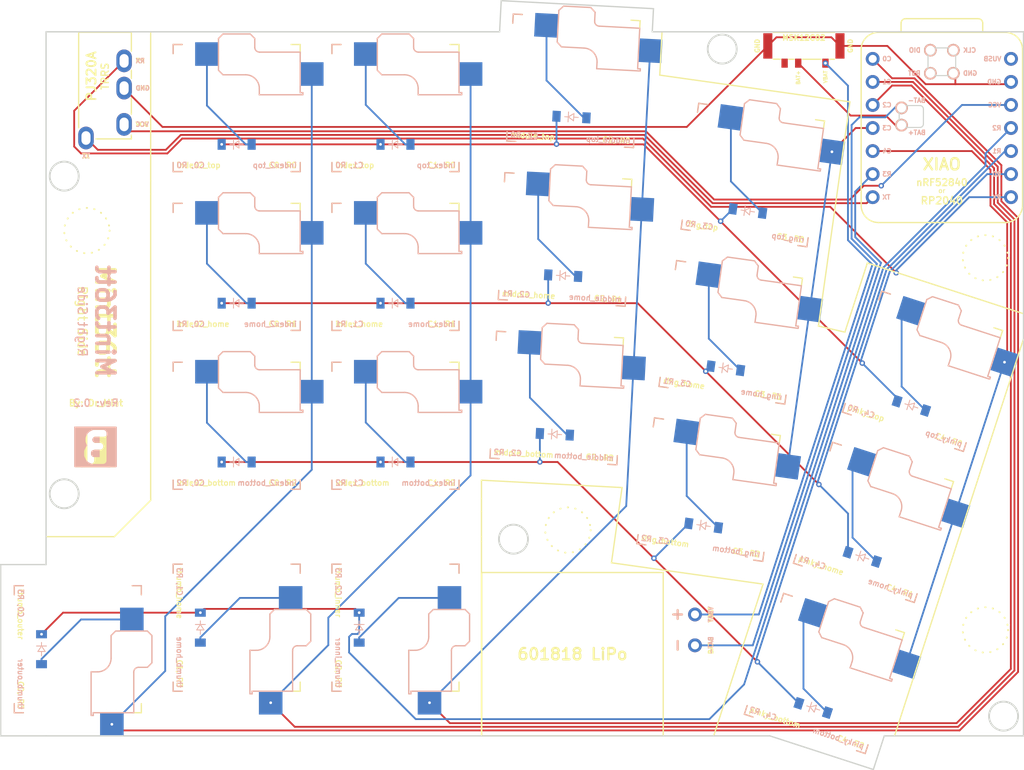
<source format=kicad_pcb>
(kicad_pcb (version 20240108) (generator "pcbnew") (generator_version "8.0")
  (title_block (title "Mint36tt") (date "2024-12-21") (rev "0.2") (company "Dr_Mint"))
  (layers (0 "F.Cu" signal) (31 "B.Cu" signal) (34 "B.Paste" user) (35 "F.Paste" user) (36 "B.SilkS" user "B.Silkscreen") (37 "F.SilkS" user "F.Silkscreen") (38 "B.Mask" user) (39 "F.Mask" user) (44 "Edge.Cuts" user))
  (net 0 "")
  (net 1 "C0_R")
  (net 2 "C1_R")
  (net 3 "C2_R")
  (net 4 "C3_R")
  (net 5 "C4_R")
  (net 6 "R0_R")
  (net 7 "R1_R")
  (net 8 "R2_R")
  (net 9 "R3_R")
  (net 10 "index2_top_R")
  (net 11 "index2_home_R")
  (net 12 "index2_bottom_R")
  (net 13 "index_top_R")
  (net 14 "index_home_R")
  (net 15 "index_bottom_R")
  (net 16 "middle_top_R")
  (net 17 "middle_home_R")
  (net 18 "middle_bottom_R")
  (net 19 "ring_top_R")
  (net 20 "ring_home_R")
  (net 21 "ring_bottom_R")
  (net 22 "pinky_top_R")
  (net 23 "pinky_home_R")
  (net 24 "pinky_bottom_R")
  (net 25 "thumb_inner_R")
  (net 26 "thumb_home_R")
  (net 27 "thumb_outer_R")
  (net 28 "TX_R")
  (net 29 "RX_R")
  (net 30 "VCC_R")
  (net 31 "RST_R")
  (net 32 "BATM_R")
  (net 33 "BATP_R")
  (net 34 "CLK_R")
  (net 35 "DIO_R")
  (net 36 "GND_R")
  (net 37 "VUSB_R")
  (net 38 "VBAT_R")
  (footprint "PG1350" (layer "F.Cu") (at 114.775 121.575 -89.999999)
    (property "Reference" "")
    (property "Value" "")
  )
  (footprint "PG1350" (layer "F.Cu") (at 184.942934 109.978203 -18)
    (property "Reference" "")
    (property "Value" "")
  )
  (footprint "SOD-123" (layer "F.Cu") (at 114.775 103.325)
    (property "Reference" "")
    (property "Value" "")
  )
  (footprint "SOD-123" (layer "F.Cu") (at 150.749646 82.793215 -3)
    (property "Reference" "")
    (property "Value" "")
  )
  (footprint "PG1350" (layer "F.Cu") (at 166.775399 106.365352 -8)
    (property "Reference" "")
    (property "Value" "")
  )
  (footprint "SOD-123" (layer "F.Cu") (at 178.299069 130.425918 -18)
    (property "Reference" "")
    (property "Value" "")
  )
  (footprint "SOD-123" (layer "F.Cu") (at 132.275 103.325)
    (property "Reference" "")
    (property "Value" "")
  )
  (footprint "PG1350" (layer "F.Cu") (at 97.275 123.95 -89.999999)
    (property "Reference" "")
    (property "Value" "")
  )
  (footprint "PG1350" (layer "F.Cu") (at 150.043111 96.274714 -3)
    (property "Reference" "")
    (property "Value" "")
  )
  (footprint "XIAO-nRF52840" (layer "F.Cu") (at 192.475 66.525)
    (property "Reference" "")
    (property "Value" "")
    (fp_line (start -4.699 -0.7488) (end -4.699 -1.7902) (stroke (width 0.12)) (layer "Edge.Cuts"))
    (fp_line (start -4.0132 -2.476) (end -2.413 -2.476) (stroke (width 0.12)) (layer "Edge.Cuts"))
    (fp_line (start -2.413 -0.063) (end -4.0132 -0.063) (stroke (width 0.12)) (layer "Edge.Cuts"))
    (fp_line (start -2.032 -2.095) (end -2.032 -0.444) (stroke (width 0.12)) (layer "Edge.Cuts"))
    (fp_line (start -1.524 -6.4638) (end -1.524 -8.1402) (stroke (width 0.12)) (layer "Edge.Cuts"))
    (fp_line (start -0.8382 -8.826) (end 0.8382 -8.826) (stroke (width 0.12)) (layer "Edge.Cuts"))
    (fp_line (start -0.8382 -5.778) (end 0.8382 -5.778) (stroke (width 0.12)) (layer "Edge.Cuts"))
    (fp_line (start 1.524 -6.4638) (end 1.524 -8.1402) (stroke (width 0.12)) (layer "Edge.Cuts"))
    (fp_arc (start -4.699 -0.7488) (mid -4.095391 -0.666609) (end -4.0132 -0.063) (stroke (width 0.12)) (layer "Edge.Cuts"))
    (fp_arc (start -4.0132 -2.476) (mid -4.095391 -1.872391) (end -4.699 -1.7902) (stroke (width 0.12)) (layer "Edge.Cuts"))
    (fp_arc (start -2.413 -2.476) (mid -2.143592 -2.364408) (end -2.032 -2.095) (stroke (width 0.12)) (layer "Edge.Cuts"))
    (fp_arc (start -2.032 -0.444) (mid -2.143592 -0.174592) (end -2.413 -0.063) (stroke (width 0.12)) (layer "Edge.Cuts"))
    (fp_arc (start -1.524 -6.4638) (mid -0.920391 -6.381609) (end -0.8382 -5.778) (stroke (width 0.12)) (layer "Edge.Cuts"))
    (fp_arc (start -0.8382 -8.826) (mid -0.920391 -8.222391) (end -1.524 -8.1402) (stroke (width 0.12)) (layer "Edge.Cuts"))
    (fp_arc (start 0.8382 -5.778) (mid 0.920391 -6.381609) (end 1.524 -6.4638) (stroke (width 0.12)) (layer "Edge.Cuts"))
    (fp_arc (start 1.524 -8.1402) (mid 0.920393 -8.222393) (end 0.8382 -8.826) (stroke (width 0.12)) (layer "Edge.Cuts"))
  )
  (footprint "MJ-4PP-9_1side" (layer "F.Cu") (at 100.275 55.825)
    (property "Reference" "")
    (property "Value" "")
  )
  (footprint "PG1350" (layer "F.Cu") (at 171.646457 71.70597 -8)
    (property "Reference" "")
    (property "Value" "")
  )
  (footprint "PG1350" (layer "F.Cu") (at 132.275 64.325)
    (property "Reference" "")
    (property "Value" "")
  )
  (footprint "PG1350" (layer "F.Cu") (at 132.275 121.575 -89.999999)
    (property "Reference" "")
    (property "Value" "")
  )
  (footprint "PG1350" (layer "F.Cu") (at 114.775 81.825)
    (property "Reference" "")
    (property "Value" "")
  )
  (footprint "601818" (layer "F.Cu") (at 151.775 124.5)
    (property "Reference" "")
    (property "Value" "")
  )
  (footprint "JSP-2pin" (layer "F.Cu") (at 165.275 121.825 90)
    (property "Reference" "")
    (property "Value" "")
  )
  (footprint "SOD-123" (layer "F.Cu") (at 166.218706 110.326425 -8)
    (property "Reference" "")
    (property "Value" "")
  )
  (footprint "PG1350" (layer "F.Cu") (at 151.874869 61.32268 -3)
    (property "Reference" "")
    (property "Value" "")
  )
  (footprint "PG1350" (layer "F.Cu") (at 132.275 99.325)
    (property "Reference" "")
    (property "Value" "")
  )
  (footprint "PG1350" (layer "F.Cu") (at 190.350732 93.334713 -18)
    (property "Reference" "")
    (property "Value" "")
  )
  (footprint "PG1350" (layer "F.Cu") (at 169.210928 89.035661 -8)
    (property "Reference" "")
    (property "Value" "")
  )
  (footprint "PG1350" (layer "F.Cu") (at 179.535137 126.621692 -18)
    (property "Reference" "")
    (property "Value" "")
  )
  (footprint "SOD-123" (layer "F.Cu") (at 132.275 85.825)
    (property "Reference" "")
    (property "Value" "")
  )
  (footprint "SOD-123" (layer "F.Cu") (at 114.775 85.825)
    (property "Reference" "")
    (property "Value" "")
  )
  (footprint "SOD-123" (layer "F.Cu") (at 110.775 121.575 -89.999999)
    (property "Reference" "")
    (property "Value" "")
  )
  (footprint "PG1350" (layer "F.Cu") (at 114.775 99.325)
    (property "Reference" "")
    (property "Value" "")
  )
  (footprint "SOD-123" (layer "F.Cu") (at 168.654235 92.996734 -8)
    (property "Reference" "")
    (property "Value" "")
  )
  (footprint "SOD-123" (layer "F.Cu") (at 171.089765 75.667042 -8)
    (property "Reference" "")
    (property "Value" "")
  )
  (footprint "SOD-123" (layer "F.Cu") (at 132.275 68.325)
    (property "Reference" "")
    (property "Value" "")
  )
  (footprint "SOD-123" (layer "F.Cu") (at 149.833767 100.269232 -3)
    (property "Reference" "")
    (property "Value" "")
  )
  (footprint "MSK12C02" (layer "F.Cu") (at 177.275 56.18 -90)
    (property "Reference" "")
    (property "Value" "")
  )
  (footprint "SOD-123" (layer "F.Cu") (at 151.665526 65.317198 -3)
    (property "Reference" "")
    (property "Value" "")
  )
  (footprint "PG1350" (layer "F.Cu") (at 150.95899 78.798697 -3)
    (property "Reference" "")
    (property "Value" "")
  )
  (footprint "PG1350" (layer "F.Cu") (at 132.275 81.825)
    (property "Reference" "")
    (property "Value" "")
  )
  (footprint "SOD-123" (layer "F.Cu") (at 114.775 68.325)
    (property "Reference" "")
    (property "Value" "")
  )
  (footprint "SOD-123" (layer "F.Cu") (at 128.275 121.575 -89.999999)
    (property "Reference" "")
    (property "Value" "")
  )
  (footprint "SOD-123" (layer "F.Cu") (at 183.706866 113.782429 -18)
    (property "Reference" "")
    (property "Value" "")
  )
  (footprint "PG1350" (layer "F.Cu") (at 114.775 64.325)
    (property "Reference" "")
    (property "Value" "")
  )
  (footprint "SOD-123" (layer "F.Cu") (at 93.275 123.95 -89.999999)
    (property "Reference" "")
    (property "Value" "")
  )
  (footprint "SOD-123" (layer "F.Cu") (at 189.114664 97.13894 -18)
    (property "Reference" "")
    (property "Value" "")
  )
  (gr_rect (start 96.975 99.515) (end 97.775 103.805) (stroke (width 0.2)) (fill solid) (layer "B.SilkS"))
  (gr_rect (start 100.675 99.515) (end 101.475 103.805) (stroke (width 0.2)) (fill solid) (layer "B.SilkS"))
  (gr_line (start 184.267407 81.395517) (end 181.791652 89.015106) (stroke (width 0.15)) (layer "F.SilkS"))
  (gr_line (start 182.347912 63.641845) (end 165.018221 61.206316) (stroke (width 0.15)) (layer "F.SilkS"))
  (gr_line (start 105.3 55.925) (end 105.3 72.35) (stroke (width 0.15)) (layer "F.SilkS"))
  (gr_line (start 179.912383 80.971536) (end 182.347912 63.641845) (stroke (width 0.15)) (layer "F.SilkS"))
  (gr_line (start 191.474333 120.538367) (end 196.434056 105.27391) (stroke (width 0.15)) (layer "F.SilkS"))
  (gr_line (start 105.3 107.550326) (end 101.300326 111.55) (stroke (width 0.15)) (layer "F.SilkS"))
  (gr_line (start 163.582332 61.004515) (end 161.395653 60.697197) (stroke (width 0.15)) (layer "F.SilkS"))
  (gr_line (start 105.3 91.3) (end 105.3 107.35) (stroke (width 0.15)) (layer "F.SilkS"))
  (gr_line (start 161.395653 60.697197) (end 161.645753 55.925) (stroke (width 0.15)) (layer "F.SilkS"))
  (gr_line (start 101.300326 111.55) (end 93.775 111.55) (stroke (width 0.15)) (layer "F.SilkS"))
  (gr_line (start 187.262843 133.5) (end 191.026259 121.917399) (stroke (width 0.15)) (layer "F.SilkS"))
  (gr_circle (center 197.275 121.825) (end 199.775 121.825) (stroke (width 0.2) (type dot)) (fill none) (layer "F.SilkS"))
  (gr_line (start 141.75 108.8) (end 141.75 107.35) (stroke (width 0.15)) (layer "F.SilkS"))
  (gr_line (start 179.710582 82.407425) (end 179.912383 80.971536) (stroke (width 0.15)) (layer "F.SilkS"))
  (gr_line (start 141.75 107.35) (end 141.75 105.328093) (stroke (width 0.15)) (layer "F.SilkS"))
  (gr_line (start 157.238977 106.139836) (end 156.073943 114.429477) (stroke (width 0.15)) (layer "F.SilkS"))
  (gr_line (start 141.75 133.5) (end 141.75 131.05) (stroke (width 0.15)) (layer "F.SilkS"))
  (gr_line (start 105.3 89.85) (end 105.3 91.3) (stroke (width 0.15)) (layer "F.SilkS"))
  (gr_line (start 181.791652 89.015106) (end 178.876518 88.342095) (stroke (width 0.15)) (layer "F.SilkS"))
  (gr_circle (center 151.275 110.825) (end 153.775 110.825) (stroke (width 0.2) (type dot)) (fill none) (layer "F.SilkS"))
  (gr_line (start 141.75 126.3) (end 141.75 112.1) (stroke (width 0.15)) (layer "F.SilkS"))
  (gr_line (start 196.882131 103.894878) (end 201.475 89.75948) (stroke (width 0.15)) (layer "F.SilkS"))
  (gr_line (start 201.475 86.986603) (end 184.267407 81.395517) (stroke (width 0.15)) (layer "F.SilkS"))
  (gr_line (start 105.3 107.35) (end 105.3 107.550326) (stroke (width 0.15)) (layer "F.SilkS"))
  (gr_line (start 172.771536 116.776171) (end 168.044015 131.325984) (stroke (width 0.15)) (layer "F.SilkS"))
  (gr_line (start 167.59594 132.705016) (end 167.337634 133.5) (stroke (width 0.15)) (layer "F.SilkS"))
  (gr_line (start 168.044015 131.325984) (end 167.59594 132.705016) (stroke (width 0.15)) (layer "F.SilkS"))
  (gr_rect (start 97.075 99.515) (end 97.925 103.805) (stroke (width 0.2)) (fill solid) (layer "F.SilkS"))
  (gr_line (start 191.026259 121.917399) (end 191.474333 120.538367) (stroke (width 0.15)) (layer "F.SilkS"))
  (gr_line (start 141.75 112.1) (end 141.75 111.55) (stroke (width 0.15)) (layer "F.SilkS"))
  (gr_line (start 196.434056 105.27391) (end 196.882131 103.894878) (stroke (width 0.15)) (layer "F.SilkS"))
  (gr_line (start 165.018221 61.206316) (end 163.582332 61.004515) (stroke (width 0.15)) (layer "F.SilkS"))
  (gr_line (start 141.75 111.55) (end 141.75 108.8) (stroke (width 0.15)) (layer "F.SilkS"))
  (gr_line (start 141.75 131.05) (end 141.75 126.3) (stroke (width 0.15)) (layer "F.SilkS"))
  (gr_line (start 141.75 105.328093) (end 157.238977 106.139836) (stroke (width 0.15)) (layer "F.SilkS"))
  (gr_line (start 105.3 73.8) (end 105.3 89.85) (stroke (width 0.15)) (layer "F.SilkS"))
  (gr_circle (center 98.275 77.825) (end 100.775 77.825) (stroke (width 0.2) (type dot)) (fill none) (layer "F.SilkS"))
  (gr_line (start 178.876518 88.342095) (end 179.710582 82.407425) (stroke (width 0.15)) (layer "F.SilkS"))
  (gr_line (start 156.073943 114.429477) (end 172.771536 116.776171) (stroke (width 0.15)) (layer "F.SilkS"))
  (gr_line (start 105.3 72.35) (end 105.3 73.8) (stroke (width 0.15)) (layer "F.SilkS"))
  (gr_circle (center 197.275 80.825) (end 199.775 80.825) (stroke (width 0.2) (type dot)) (fill none) (layer "F.SilkS"))
  (gr_rect (start 100.575 99.515) (end 101.375 103.805) (stroke (width 0.2)) (fill solid) (layer "F.SilkS"))
  (gr_line (start 160.569278 55.925) (end 201.475 55.925) (stroke (width 0.15)) (layer "Edge.Cuts"))
  (gr_line (start 173.521422 133.5) (end 93.775 133.5) (stroke (width 0.15)) (layer "Edge.Cuts"))
  (gr_circle (center 95.775 106.825) (end 97.375 106.825) (stroke (width 0.2)) (fill none) (layer "Edge.Cuts"))
  (gr_line (start 88.775 133.5) (end 88.775 114.625) (stroke (width 0.15)) (layer "Edge.Cuts"))
  (gr_line (start 88.775 114.625) (end 93.775 114.625) (stroke (width 0.15)) (layer "Edge.Cuts"))
  (gr_line (start 184.928269 137.206309) (end 173.521422 133.5) (stroke (width 0.15)) (layer "Edge.Cuts"))
  (gr_line (start 201.475 133.5) (end 186.132522 133.5) (stroke (width 0.15)) (layer "Edge.Cuts"))
  (gr_line (start 160.70298 53.373814) (end 160.569278 55.925) (stroke (width 0.15)) (layer "Edge.Cuts"))
  (gr_line (start 143.926003 52.49457) (end 160.70298 53.373814) (stroke (width 0.15)) (layer "Edge.Cuts"))
  (gr_line (start 93.775 133.5) (end 88.775 133.5) (stroke (width 0.15)) (layer "Edge.Cuts"))
  (gr_line (start 186.132522 133.5) (end 184.928269 137.206309) (stroke (width 0.15)) (layer "Edge.Cuts"))
  (gr_circle (center 145.275 111.825) (end 146.875 111.825) (stroke (width 0.2)) (fill none) (layer "Edge.Cuts"))
  (gr_line (start 93.775 114.625) (end 93.775 55.925) (stroke (width 0.15)) (layer "Edge.Cuts"))
  (gr_circle (center 95.775 71.825) (end 97.375 71.825) (stroke (width 0.2)) (fill none) (layer "Edge.Cuts"))
  (gr_circle (center 199.275 131.325) (end 200.875 131.325) (stroke (width 0.2)) (fill none) (layer "Edge.Cuts"))
  (gr_line (start 93.775 55.925) (end 143.746222 55.925) (stroke (width 0.15)) (layer "Edge.Cuts"))
  (gr_circle (center 168.275 57.825) (end 169.875 57.825) (stroke (width 0.2)) (fill none) (layer "Edge.Cuts"))
  (gr_line (start 143.746222 55.925) (end 143.926003 52.49457) (stroke (width 0.15)) (layer "Edge.Cuts"))
  (gr_line (start 201.475 114.625) (end 201.475 133.5) (stroke (width 0.15)) (layer "Edge.Cuts"))
  (gr_line (start 201.475 55.925) (end 201.475 114.625) (stroke (width 0.15)) (layer "Edge.Cuts"))
  (gr_text "Mint36tt" (at 100.275 87.825 -90) (layer "B.SilkS") (effects (font (size 2 2) (thickness 0.4)) (justify mirror)))
  (gr_text "Right Side" (at 97.775 87.825 -90) (layer "B.SilkS") (effects (font (size 1 1)) (justify mirror)))
  (gr_text "Rev: 0.2" (at 99.275 96.825 0) (layer "B.SilkS") (effects (font (size 0.8 0.8)) (justify mirror)))
  (gr_text "B" (at 99.275 101.825 0) (layer "B.SilkS" knockout) (effects (font (size 3 3) (thickness 1)) (justify mirror)))
  (gr_text "By: Dr_Mint" (at 99.275 96.825 0) (layer "F.SilkS") (effects (font (size 0.7 0.7))))
  (gr_text "F" (at 99.275 101.825 0) (layer "F.SilkS" knockout) (effects (font (size 3 3) (thickness 1))))
  (gr_text "Right Side" (at 97.775 87.825 -90) (layer "F.SilkS") (effects (font (size 1 1))))
  (gr_text "Mint36tt" (at 100.275 87.825 -90) (layer "F.SilkS") (effects (font (size 2 2) (thickness 0.4))))
  (segment (start 199.033 74.584895) (end 200.875 76.426895) (width 0.2) (layer "F.Cu") (net 1))
  (segment (start 186.995 61.045) (end 189.455 61.045) (width 0.2) (layer "F.Cu") (net 1))
  (segment (start 199.033 70.623) (end 199.033 74.584895) (width 0.2) (layer "F.Cu") (net 1))
  (segment (start 189.455 61.045) (end 199.033 70.623) (width 0.2) (layer "F.Cu") (net 1))
  (segment (start 200.875 126.455) (end 194.43 132.9) (width 0.2) (layer "F.Cu") (net 1))
  (segment (start 184.855 58.905) (end 186.995 61.045) (width 0.2) (layer "F.Cu") (net 1))
  (segment (start 200.875 76.426895) (end 200.875 126.455) (width 0.2) (layer "F.Cu") (net 1))
  (segment (start 101.7 132.9) (end 101.025 132.225) (width 0.2) (layer "F.Cu") (net 1))
  (segment (start 194.43 132.9) (end 101.7 132.9) (width 0.2) (layer "F.Cu") (net 1))
  (via (at 101.025 132.225) (size 0.6) (drill 0.3) (layers "F.Cu" "B.Cu") (net 1))
  (segment (start 106.905 126.345) (end 101.025 132.225) (width 0.2) (layer "B.Cu") (net 1))
  (segment (start 106.905 120.325) (end 106.905 126.345) (width 0.2) (layer "B.Cu") (net 1))
  (segment (start 123.05 60.575) (end 123.05 104.18) (width 0.2) (layer "B.Cu") (net 1))
  (segment (start 123.05 104.18) (end 106.905 120.325) (width 0.2) (layer "B.Cu") (net 1))
  (segment (start 198.633 70.788686) (end 198.633 74.750581) (width 0.2) (layer "F.Cu") (net 2))
  (segment (start 200.475 126.289314) (end 194.264314 132.5) (width 0.2) (layer "F.Cu") (net 2))
  (segment (start 189.289314 61.445) (end 198.633 70.788686) (width 0.2) (layer "F.Cu") (net 2))
  (segment (start 184.855 61.445) (end 189.289314 61.445) (width 0.2) (layer "F.Cu") (net 2))
  (segment (start 198.633 74.750581) (end 200.475 76.592581) (width 0.2) (layer "F.Cu") (net 2))
  (segment (start 194.264314 132.5) (end 121.175 132.5) (width 0.2) (layer "F.Cu") (net 2))
  (segment (start 200.475 76.592581) (end 200.475 126.289314) (width 0.2) (layer "F.Cu") (net 2))
  (segment (start 121.175 132.5) (end 118.525 129.85) (width 0.2) (layer "F.Cu") (net 2))
  (via (at 118.525 129.85) (size 0.6) (drill 0.3) (layers "F.Cu" "B.Cu") (net 2))
  (segment (start 140.55 60.575) (end 140.55 104.8) (width 0.2) (layer "B.Cu") (net 2))
  (segment (start 124.875 123.5) (end 118.525 129.85) (width 0.2) (layer "B.Cu") (net 2))
  (segment (start 140.55 104.8) (end 124.875 120.475) (width 0.2) (layer "B.Cu") (net 2))
  (segment (start 124.875 120.475) (end 124.875 123.5) (width 0.2) (layer "B.Cu") (net 2))
  (segment (start 184.855 63.985) (end 186.995 61.845) (width 0.2) (layer "F.Cu") (net 3))
  (segment (start 189.123628 61.845) (end 198.233 70.954372) (width 0.2) (layer "F.Cu") (net 3))
  (segment (start 138.275 132.1) (end 136.025 129.85) (width 0.2) (layer "F.Cu") (net 3))
  (segment (start 186.995 61.845) (end 189.123628 61.845) (width 0.2) (layer "F.Cu") (net 3))
  (segment (start 194.098628 132.1) (end 138.275 132.1) (width 0.2) (layer "F.Cu") (net 3))
  (segment (start 200.075 76.758267) (end 200.075 126.123628) (width 0.2) (layer "F.Cu") (net 3))
  (segment (start 200.075 126.123628) (end 194.098628 132.1) (width 0.2) (layer "F.Cu") (net 3))
  (segment (start 198.233 70.954372) (end 198.233 74.916267) (width 0.2) (layer "F.Cu") (net 3))
  (segment (start 198.233 74.916267) (end 200.075 76.758267) (width 0.2) (layer "F.Cu") (net 3))
  (via (at 136.025 129.85) (size 0.6) (drill 0.3) (layers "F.Cu" "B.Cu") (net 3))
  (segment (start 160.334788 58.010899) (end 157.6975 108.1775) (width 0.2) (layer "B.Cu") (net 3))
  (segment (start 136.025 129.85) (end 157.6975 108.1775) (width 0.2) (layer "B.Cu") (net 3))
  (segment (start 184.855 66.525) (end 182.981946 66.525) (width 0.2) (layer "F.Cu") (net 4))
  (segment (start 182.981946 66.525) (end 180.362824 69.144122) (width 0.2) (layer "F.Cu") (net 4))
  (via (at 180.362824 69.144122) (size 0.6) (drill 0.3) (layers "F.Cu" "B.Cu") (net 4))
  (segment (start 180.362824 69.144122) (end 175.491766 103.803504) (width 0.2) (layer "B.Cu") (net 4))
  (segment (start 199.675 76.923953) (end 197.833 75.081953) (width 0.2) (layer "F.Cu") (net 5))
  (segment (start 199.675 92.029905) (end 199.675 76.923953) (width 0.2) (layer "F.Cu") (net 5))
  (segment (start 199.379538 92.325367) (end 199.675 92.029905) (width 0.2) (layer "F.Cu") (net 5))
  (segment (start 197.833 75.081953) (end 197.833 71.120058) (width 0.2) (layer "F.Cu") (net 5))
  (segment (start 197.833 71.120058) (end 195.777942 69.065) (width 0.2) (layer "F.Cu") (net 5))
  (segment (start 195.777942 69.065) (end 184.855 69.065) (width 0.2) (layer "F.Cu") (net 5))
  (via (at 199.379538 92.325367) (size 0.6) (drill 0.3) (layers "F.Cu" "B.Cu") (net 5))
  (segment (start 193.97174 108.968857) (end 188.563943 125.612346) (width 0.2) (layer "B.Cu") (net 5))
  (segment (start 199.379538 92.325367) (end 193.97174 108.968857) (width 0.2) (layer "B.Cu") (net 5))
  (segment (start 159.607441 68.325) (end 168.076221 76.793779) (width 0.2) (layer "F.Cu") (net 6))
  (segment (start 168.076221 76.793779) (end 183.706221 92.423779) (width 0.2) (layer "F.Cu") (net 6))
  (segment (start 150.045 68.325) (end 159.607441 68.325) (width 0.2) (layer "F.Cu") (net 6))
  (segment (start 113.125 68.325) (end 150.045 68.325) (width 0.2) (layer "F.Cu") (net 6))
  (segment (start 168.09945 76.793779) (end 168.076221 76.793779) (width 0.2) (layer "F.Cu") (net 6))
  (segment (start 150.017787 68.297787) (end 150.045 68.325) (width 0.2) (layer "F.Cu") (net 6))
  (via (at 130.625 68.325) (size 0.6) (drill 0.3) (layers "F.Cu" "B.Cu") (net 6))
  (via (at 183.706221 92.423779) (size 0.6) (drill 0.3) (layers "F.Cu" "B.Cu") (net 6))
  (via (at 150.017787 68.297787) (size 0.6) (drill 0.3) (layers "F.Cu" "B.Cu") (net 6))
  (via (at 168.09945 76.793779) (size 0.6) (drill 0.3) (layers "F.Cu" "B.Cu") (net 6))
  (via (at 113.125 68.325) (size 0.6) (drill 0.3) (layers "F.Cu" "B.Cu") (net 6))
  (segment (start 200.095 71.605) (end 197.470686 71.605) (width 0.2) (layer "B.Cu") (net 6))
  (segment (start 187.545421 96.629062) (end 187.545421 96.275421) (width 0.2) (layer "B.Cu") (net 6))
  (segment (start 183.699333 92.423779) (end 183.550554 92.275) (width 0.2) (layer "B.Cu") (net 6))
  (segment (start 150.017787 65.230844) (end 150.017787 68.297787) (width 0.2) (layer "B.Cu") (net 6))
  (segment (start 183.550554 92.155222) (end 186.690263 82.485) (width 0.2) (layer "B.Cu") (net 6))
  (segment (start 187.545421 96.275421) (end 183.706221 92.436221) (width 0.2) (layer "B.Cu") (net 6))
  (segment (start 197.470686 71.605) (end 187.110686 81.965) (width 0.2) (layer "B.Cu") (net 6))
  (segment (start 183.706221 92.423779) (end 183.699333 92.423779) (width 0.2) (layer "B.Cu") (net 6))
  (segment (start 169.455823 75.437406) (end 168.09945 76.793779) (width 0.2) (layer "B.Cu") (net 6))
  (segment (start 186.746608 82.31665) (end 186.690263 82.485) (width 0.2) (layer "B.Cu") (net 6))
  (segment (start 183.706221 92.436221) (end 183.706221 92.423779) (width 0.2) (layer "B.Cu") (net 6))
  (segment (start 183.550554 92.275) (end 183.550554 92.155222) (width 0.2) (layer "B.Cu") (net 6))
  (segment (start 187.110686 81.965) (end 186.746608 82.31665) (width 0.2) (layer "B.Cu") (net 6))
  (segment (start 166.460921 93.329079) (end 178.930921 105.799079) (width 0.2) (layer "F.Cu") (net 7))
  (segment (start 113.125 85.825) (end 149.115 85.825) (width 0.2) (layer "F.Cu") (net 7))
  (segment (start 158.956842 85.825) (end 166.460921 93.329079) (width 0.2) (layer "F.Cu") (net 7))
  (segment (start 149.115 85.825) (end 158.956842 85.825) (width 0.2) (layer "F.Cu") (net 7))
  (segment (start 149.101907 85.811907) (end 149.115 85.825) (width 0.2) (layer "F.Cu") (net 7))
  (via (at 178.930921 105.799079) (size 0.6) (drill 0.3) (layers "F.Cu" "B.Cu") (net 7))
  (via (at 149.101907 85.811907) (size 0.6) (drill 0.3) (layers "F.Cu" "B.Cu") (net 7))
  (via (at 113.125 85.825) (size 0.6) (drill 0.3) (layers "F.Cu" "B.Cu") (net 7))
  (via (at 166.460921 93.329079) (size 0.6) (drill 0.3) (layers "F.Cu" "B.Cu") (net 7))
  (via (at 130.625 85.825) (size 0.6) (drill 0.3) (layers "F.Cu" "B.Cu") (net 7))
  (segment (start 199.445 69.065) (end 200.095 69.065) (width 0.2) (layer "B.Cu") (net 7))
  (segment (start 186.945 81.565) (end 186.394221 82.1015) (width 0.2) (layer "B.Cu") (net 7))
  (segment (start 178.930921 105.799079) (end 178.930921 105.793067) (width 0.2) (layer "B.Cu") (net 7))
  (segment (start 186.394221 82.1015) (end 186.178798 82.765) (width 0.2) (layer "B.Cu") (net 7))
  (segment (start 178.772854 105.635) (end 178.772854 105.575112) (width 0.2) (layer "B.Cu") (net 7))
  (segment (start 186.945 81.565) (end 199.445 69.065) (width 0.2) (layer "B.Cu") (net 7))
  (segment (start 167.020293 92.769707) (end 166.460921 93.329079) (width 0.2) (layer "B.Cu") (net 7))
  (segment (start 182.137623 113.272551) (end 182.137623 109.005781) (width 0.2) (layer "B.Cu") (net 7))
  (segment (start 167.020293 92.767098) (end 167.020293 92.769707) (width 0.2) (layer "B.Cu") (net 7))
  (segment (start 178.772854 105.575112) (end 186.178798 82.765) (width 0.2) (layer "B.Cu") (net 7))
  (segment (start 178.930921 105.793067) (end 178.772854 105.635) (width 0.2) (layer "B.Cu") (net 7))
  (segment (start 182.137623 109.005781) (end 178.930921 105.799079) (width 0.2) (layer "B.Cu") (net 7))
  (segment (start 149.101907 82.706861) (end 149.101907 85.811907) (width 0.2) (layer "B.Cu") (net 7))
  (segment (start 148.195 103.325) (end 150.138786 103.325) (width 0.2) (layer "F.Cu") (net 8))
  (segment (start 148.186028 103.316028) (end 148.195 103.325) (width 0.2) (layer "F.Cu") (net 8))
  (segment (start 160.751893 113.92966) (end 160.751893 113.938107) (width 0.2) (layer "F.Cu") (net 8))
  (segment (start 160.751893 113.938107) (end 172.156893 125.343107) (width 0.2) (layer "F.Cu") (net 8))
  (segment (start 150.138786 103.325) (end 160.751893 113.938107) (width 0.2) (layer "F.Cu") (net 8))
  (segment (start 113.125 103.325) (end 148.195 103.325) (width 0.2) (layer "F.Cu") (net 8))
  (via (at 148.186028 103.316028) (size 0.6) (drill 0.3) (layers "F.Cu" "B.Cu") (net 8))
  (via (at 113.125 103.325) (size 0.6) (drill 0.3) (layers "F.Cu" "B.Cu") (net 8))
  (via (at 160.751893 113.92966) (size 0.6) (drill 0.3) (layers "F.Cu" "B.Cu") (net 8))
  (via (at 172.156893 125.343107) (size 0.6) (drill 0.3) (layers "F.Cu" "B.Cu") (net 8))
  (via (at 130.625 103.325) (size 0.6) (drill 0.3) (layers "F.Cu" "B.Cu") (net 8))
  (segment (start 148.186028 100.182878) (end 148.186028 103.316028) (width 0.2) (layer "B.Cu") (net 8))
  (segment (start 172.156893 125.343107) (end 172.156751 125.343107) (width 0.2) (layer "B.Cu") (net 8))
  (segment (start 176.729826 129.91604) (end 172.156893 125.343107) (width 0.2) (layer "B.Cu") (net 8))
  (segment (start 197.292157 70.652157) (end 186.852157 81.092157) (width 0.2) (layer "B.Cu") (net 8))
  (segment (start 172.156751 125.343107) (end 171.988644 125.175) (width 0.2) (layer "B.Cu") (net 8))
  (segment (start 200.095 66.525) (end 197.292157 69.327843) (width 0.2) (layer "B.Cu") (net 8))
  (segment (start 186.852157 81.092157) (end 186.036935 81.891122) (width 0.2) (layer "B.Cu") (net 8))
  (segment (start 197.292157 69.327843) (end 197.292157 70.652157) (width 0.2) (layer "B.Cu") (net 8))
  (segment (start 186.036935 81.891122) (end 186.017985 81.965) (width 0.2) (layer "B.Cu") (net 8))
  (segment (start 171.988644 125.175) (end 178.341239 105.609175) (width 0.2) (layer "B.Cu") (net 8))
  (segment (start 164.584764 110.096789) (end 160.751893 113.92966) (width 0.2) (layer "B.Cu") (net 8))
  (segment (start 178.341239 105.609175) (end 186.017985 81.965) (width 0.2) (layer "B.Cu") (net 8))
  (segment (start 110.775 119.925) (end 111.1895 119.5105) (width 0.2) (layer "F.Cu") (net 9))
  (segment (start 93.275 122.3) (end 95.65 119.925) (width 0.2) (layer "F.Cu") (net 9))
  (segment (start 95.65 119.925) (end 110.775 119.925) (width 0.2) (layer "F.Cu") (net 9))
  (segment (start 127.8605 119.5105) (end 128.275 119.925) (width 0.2) (layer "F.Cu") (net 9))
  (segment (start 111.1895 119.5105) (end 127.8605 119.5105) (width 0.2) (layer "F.Cu") (net 9))
  (via (at 93.275 122.3) (size 0.6) (drill 0.3) (layers "F.Cu" "B.Cu") (net 9))
  (via (at 110.775 119.925) (size 0.6) (drill 0.3) (layers "F.Cu" "B.Cu") (net 9))
  (via (at 128.275 119.925) (size 0.6) (drill 0.3) (layers "F.Cu" "B.Cu") (net 9))
  (segment (start 128.08967 122.275) (end 127.475 122.275) (width 0.2) (layer "B.Cu") (net 9))
  (segment (start 134.505 131.655) (end 166.865 131.655) (width 0.2) (layer "B.Cu") (net 9))
  (segment (start 182.931098 78.351098) (end 182.931098 73.528902) (width 0.2) (layer "B.Cu") (net 9))
  (segment (start 128.275 122.08967) (end 128.08967 122.275) (width 0.2) (layer "B.Cu") (net 9))
  (segment (start 127.475 122.275) (end 127.165 122.585) (width 0.2) (layer "B.Cu") (net 9))
  (segment (start 127.165 122.585) (end 127.165 124.315) (width 0.2) (layer "B.Cu") (net 9))
  (segment (start 166.865 131.655) (end 170.685 127.835) (width 0.2) (layer "B.Cu") (net 9))
  (segment (start 182.931098 73.528902) (end 184.855 71.605) (width 0.2) (layer "B.Cu") (net 9))
  (segment (start 185.769545 81.375) (end 182.937843 78.552157) (width 0.2) (layer "B.Cu") (net 9))
  (segment (start 182.937843 78.552157) (end 182.931098 78.351098) (width 0.2) (layer "B.Cu") (net 9))
  (segment (start 170.685 127.835) (end 185.769545 81.375) (width 0.2) (layer "B.Cu") (net 9))
  (segment (start 128.275 119.925) (end 128.275 122.08967) (width 0.2) (layer "B.Cu") (net 9))
  (segment (start 127.165 124.315) (end 134.505 131.655) (width 0.2) (layer "B.Cu") (net 9))
  (segment (start 111.5 58.375) (end 111.5 64.05) (width 0.2) (layer "B.Cu") (net 10))
  (segment (start 111.5 64.05) (end 115.775 68.325) (width 0.2) (layer "B.Cu") (net 10))
  (segment (start 115.775 68.325) (end 116.425 68.325) (width 0.2) (layer "B.Cu") (net 10))
  (segment (start 111.5 75.875) (end 111.5 81.469644) (width 0.2) (layer "B.Cu") (net 11))
  (segment (start 115.855356 85.825) (end 116.425 85.825) (width 0.2) (layer "B.Cu") (net 11))
  (segment (start 111.5 81.469644) (end 115.855356 85.825) (width 0.2) (layer "B.Cu") (net 11))
  (segment (start 111.5 93.375) (end 111.5 99) (width 0.2) (layer "B.Cu") (net 12))
  (segment (start 111.5 99) (end 115.825 103.325) (width 0.2) (layer "B.Cu") (net 12))
  (segment (start 115.825 103.325) (end 116.425 103.325) (width 0.2) (layer "B.Cu") (net 12))
  (segment (start 129 58.375) (end 129 63.969644) (width 0.2) (layer "B.Cu") (net 13))
  (segment (start 129 63.969644) (end 133.355356 68.325) (width 0.2) (layer "B.Cu") (net 13))
  (segment (start 133.355356 68.325) (end 133.925 68.325) (width 0.2) (layer "B.Cu") (net 13))
  (segment (start 133.355356 85.825) (end 133.925 85.825) (width 0.2) (layer "B.Cu") (net 14))
  (segment (start 129 75.875) (end 129 81.469644) (width 0.2) (layer "B.Cu") (net 14))
  (segment (start 129 81.469644) (end 133.355356 85.825) (width 0.2) (layer "B.Cu") (net 14))
  (segment (start 133.355356 103.325) (end 133.925 103.325) (width 0.2) (layer "B.Cu") (net 15))
  (segment (start 129 93.375) (end 129 98.969644) (width 0.2) (layer "B.Cu") (net 15))
  (segment (start 129 98.969644) (end 133.355356 103.325) (width 0.2) (layer "B.Cu") (net 15))
  (segment (start 148.915756 55.209434) (end 148.915756 61.283211) (width 0.2) (layer "B.Cu") (net 16))
  (segment (start 153.036097 65.403552) (end 153.313265 65.403552) (width 0.2) (layer "B.Cu") (net 16))
  (segment (start 148.915756 61.283211) (end 153.036097 65.403552) (width 0.2) (layer "B.Cu") (net 16))
  (segment (start 152.120218 82.879569) (end 152.397385 82.879569) (width 0.2) (layer "B.Cu") (net 17))
  (segment (start 147.999877 78.759228) (end 152.120218 82.879569) (width 0.2) (layer "B.Cu") (net 17))
  (segment (start 147.999877 72.685451) (end 147.999877 78.759228) (width 0.2) (layer "B.Cu") (net 17))
  (segment (start 151.204339 100.355586) (end 151.481506 100.355586) (width 0.2) (layer "B.Cu") (net 18))
  (segment (start 147.083998 90.161468) (end 147.083998 96.235245) (width 0.2) (layer "B.Cu") (net 18))
  (segment (start 147.083998 96.235245) (end 151.204339 100.355586) (width 0.2) (layer "B.Cu") (net 18))
  (segment (start 169.231409 72.40438) (end 172.723707 75.896678) (width 0.2) (layer "B.Cu") (net 19))
  (segment (start 169.231409 65.358083) (end 169.231409 72.40438) (width 0.2) (layer "B.Cu") (net 19))
  (segment (start 166.79588 89.734073) (end 170.288177 93.22637) (width 0.2) (layer "B.Cu") (net 20))
  (segment (start 166.79588 82.687774) (end 166.79588 89.734073) (width 0.2) (layer "B.Cu") (net 20))
  (segment (start 164.360351 107.063764) (end 167.852648 110.556061) (width 0.2) (layer "B.Cu") (net 21))
  (segment (start 164.360351 100.017465) (end 164.360351 107.063764) (width 0.2) (layer "B.Cu") (net 21))
  (segment (start 189.074673 86.663896) (end 188.042987 87.695582) (width 0.2) (layer "B.Cu") (net 22))
  (segment (start 188.042987 95.007898) (end 190.683907 97.648818) (width 0.2) (layer "B.Cu") (net 22))
  (segment (start 188.042987 87.695582) (end 188.042987 95.007898) (width 0.2) (layer "B.Cu") (net 22))
  (segment (start 182.635189 104.339072) (end 182.635189 111.651387) (width 0.2) (layer "B.Cu") (net 23))
  (segment (start 183.666875 103.307386) (end 182.635189 104.339072) (width 0.2) (layer "B.Cu") (net 23))
  (segment (start 182.635189 111.651387) (end 185.276109 114.292307) (width 0.2) (layer "B.Cu") (net 23))
  (segment (start 177.227392 120.982561) (end 177.227392 128.294876) (width 0.2) (layer "B.Cu") (net 24))
  (segment (start 177.227392 128.294876) (end 179.868312 130.935796) (width 0.2) (layer "B.Cu") (net 24))
  (segment (start 178.259078 119.950875) (end 177.227392 120.982561) (width 0.2) (layer "B.Cu") (net 24))
  (segment (start 132.630356 118.3) (end 128.275 122.655356) (width 0.2) (layer "B.Cu") (net 25))
  (segment (start 128.275 122.655356) (end 128.275 123.225) (width 0.2) (layer "B.Cu") (net 25))
  (segment (start 138.225 118.3) (end 132.630356 118.3) (width 0.2) (layer "B.Cu") (net 25))
  (segment (start 115.130356 118.3) (end 110.775 122.655356) (width 0.2) (layer "B.Cu") (net 26))
  (segment (start 110.775 122.655356) (end 110.775 123.225) (width 0.2) (layer "B.Cu") (net 26))
  (segment (start 120.725 118.3) (end 115.130356 118.3) (width 0.2) (layer "B.Cu") (net 26))
  (segment (start 103.225 120.675) (end 97.630356 120.675) (width 0.2) (layer "B.Cu") (net 27))
  (segment (start 97.630356 120.675) (end 93.275 125.030356) (width 0.2) (layer "B.Cu") (net 27))
  (segment (start 93.275 125.030356) (end 93.275 125.6) (width 0.2) (layer "B.Cu") (net 27))
  (segment (start 167.220814 74.807) (end 184.193 74.807) (width 0.2) (layer "F.Cu") (net 28))
  (segment (start 98.175 67.625) (end 99.475 68.925) (width 0.2) (layer "F.Cu") (net 28))
  (segment (start 99.475 68.925) (end 106.975 68.925) (width 0.2) (layer "F.Cu") (net 28))
  (segment (start 159.698814 67.285) (end 167.220814 74.807) (width 0.2) (layer "F.Cu") (net 28))
  (segment (start 184.193 74.807) (end 184.855 74.145) (width 0.2) (layer "F.Cu") (net 28))
  (segment (start 108.615 67.285) (end 159.698814 67.285) (width 0.2) (layer "F.Cu") (net 28))
  (segment (start 106.975 68.925) (end 108.615 67.285) (width 0.2) (layer "F.Cu") (net 28))
  (segment (start 180.173647 75.207) (end 187.443941 82.477294) (width 0.2) (layer "F.Cu") (net 29))
  (segment (start 107.140686 69.325) (end 108.780686 67.685) (width 0.2) (layer "F.Cu") (net 29))
  (segment (start 167.055128 75.207) (end 180.173647 75.207) (width 0.2) (layer "F.Cu") (net 29))
  (segment (start 96.875 64.625) (end 96.875 68.565) (width 0.2) (layer "F.Cu") (net 29))
  (segment (start 96.875 68.565) (end 97.635 69.325) (width 0.2) (layer "F.Cu") (net 29))
  (segment (start 159.533128 67.685) (end 167.055128 75.207) (width 0.2) (layer "F.Cu") (net 29))
  (segment (start 102.375 59.125) (end 96.875 64.625) (width 0.2) (layer "F.Cu") (net 29))
  (segment (start 108.780686 67.685) (end 159.533128 67.685) (width 0.2) (layer "F.Cu") (net 29))
  (segment (start 97.635 69.325) (end 107.140686 69.325) (width 0.2) (layer "F.Cu") (net 29))
  (via (at 187.443941 82.477294) (size 0.6) (drill 0.3) (layers "F.Cu" "B.Cu") (net 29))
  (segment (start 187.443941 82.197431) (end 195.496372 74.145) (width 0.2) (layer "B.Cu") (net 29))
  (segment (start 187.443941 82.477294) (end 187.443941 82.197431) (width 0.2) (layer "B.Cu") (net 29))
  (segment (start 195.496372 74.145) (end 200.095 74.145) (width 0.2) (layer "B.Cu") (net 29))
  (segment (start 182.343 74.407) (end 167.3865 74.407) (width 0.2) (layer "F.Cu") (net 30))
  (segment (start 167.3865 74.407) (end 159.8645 66.885) (width 0.2) (layer "F.Cu") (net 30))
  (segment (start 185.795 72.885) (end 183.865 72.885) (width 0.2) (layer "F.Cu") (net 30))
  (segment (start 103.135 66.885) (end 102.375 66.125) (width 0.2) (layer "F.Cu") (net 30))
  (segment (start 183.865 72.885) (end 182.343 74.407) (width 0.2) (layer "F.Cu") (net 30))
  (segment (start 159.8645 66.885) (end 103.135 66.885) (width 0.2) (layer "F.Cu") (net 30))
  (via (at 185.795 72.885) (size 0.6) (drill 0.3) (layers "F.Cu" "B.Cu") (net 30))
  (segment (start 194.695 63.985) (end 185.795 72.885) (width 0.2) (layer "B.Cu") (net 30))
  (segment (start 200.095 63.985) (end 194.695 63.985) (width 0.2) (layer "B.Cu") (net 30))
  (segment (start 184.540686 80.720686) (end 185.311456 81.490603) (width 0.2) (layer "B.Cu") (net 32))
  (segment (start 165.275 123.525) (end 171.644363 123.525) (width 0.2) (layer "B.Cu") (net 32))
  (segment (start 182.531098 66.198902) (end 183.385 65.345) (width 0.2) (layer "B.Cu") (net 32))
  (segment (start 186.243355 65.345) (end 187.355848 64.232507) (width 0.2) (layer "B.Cu") (net 32))
  (segment (start 184.540686 80.720686) (end 182.531098 78.711098) (width 0.2) (layer "B.Cu") (net 32))
  (segment (start 183.385 65.345) (end 186.243355 65.345) (width 0.2) (layer "B.Cu") (net 32))
  (segment (start 185.311456 81.490603) (end 185.204183 81.761112) (width 0.2) (layer "B.Cu") (net 32))
  (segment (start 171.644363 123.525) (end 185.204183 81.761112) (width 0.2) (layer "B.Cu") (net 32))
  (segment (start 182.531098 78.711098) (end 182.531098 66.198902) (width 0.2) (layer "B.Cu") (net 32))
  (segment (start 187.355848 64.232507) (end 187.834083 64.082534) (width 0.2) (layer "B.Cu") (net 32))
  (segment (start 186.306272 65.155) (end 187.527472 66.3762) (width 0.2) (layer "F.Cu") (net 33))
  (segment (start 182.425 65.155) (end 186.306272 65.155) (width 0.2) (layer "F.Cu") (net 33))
  (segment (start 176.65 59.38) (end 182.425 65.155) (width 0.2) (layer "F.Cu") (net 33))
  (segment (start 199.845 61.695) (end 200.095 61.445) (width 0.2) (layer "F.Cu") (net 36))
  (segment (start 193.965 60.713) (end 193.959605 60.707605) (width 0.2) (layer "F.Cu") (net 36))
  (segment (start 193.965 61.695) (end 199.845 61.695) (width 0.2) (layer "F.Cu") (net 36))
  (segment (start 174.255 56.525) (end 173.3 57.48) (width 0.2) (layer "F.Cu") (net 36))
  (segment (start 164.375 66.405) (end 173.3 57.48) (width 0.2) (layer "F.Cu") (net 36))
  (segment (start 186.47 57.48) (end 190.685 61.695) (width 0.2) (layer "F.Cu") (net 36))
  (segment (start 190.685 61.695) (end 193.965 61.695) (width 0.2) (layer "F.Cu") (net 36))
  (segment (start 180.295 56.525) (end 174.255 56.525) (width 0.2) (layer "F.Cu") (net 36))
  (segment (start 106.605 66.405) (end 164.375 66.405) (width 0.2) (layer "F.Cu") (net 36))
  (segment (start 193.965 61.695) (end 193.965 60.713) (width 0.2) (layer "F.Cu") (net 36))
  (segment (start 181.25 57.48) (end 180.295 56.525) (width 0.2) (layer "F.Cu") (net 36))
  (segment (start 193.959605 60.707605) (end 193.940917 60.713466) (width 0.2) (layer "F.Cu") (net 36))
  (segment (start 102.375 62.125) (end 102.375 62.175) (width 0.2) (layer "F.Cu") (net 36))
  (segment (start 181.25 57.48) (end 186.47 57.48) (width 0.2) (layer "F.Cu") (net 36))
  (segment (start 102.375 62.175) (end 106.605 66.405) (width 0.2) (layer "F.Cu") (net 36))
  (via (at 179.65 59.38) (size 0.6) (drill 0.3) (layers "F.Cu" "B.Cu") (net 38))
  (segment (start 165.275 120.125) (end 172.308268 120.125) (width 0.2) (layer "B.Cu") (net 38))
  (segment (start 182.131098 78.881489) (end 182.131098 61.861098) (width 0.2) (layer "B.Cu") (net 38))
  (segment (start 182.131098 61.861098) (end 179.65 59.38) (width 0.2) (layer "B.Cu") (net 38))
  (segment (start 172.308268 120.125) (end 184.824609 81.575) (width 0.2) (layer "B.Cu") (net 38))
  (segment (start 184.824609 81.575) (end 182.131098 78.881489) (width 0.2) (layer "B.Cu") (net 38))
)
</source>
